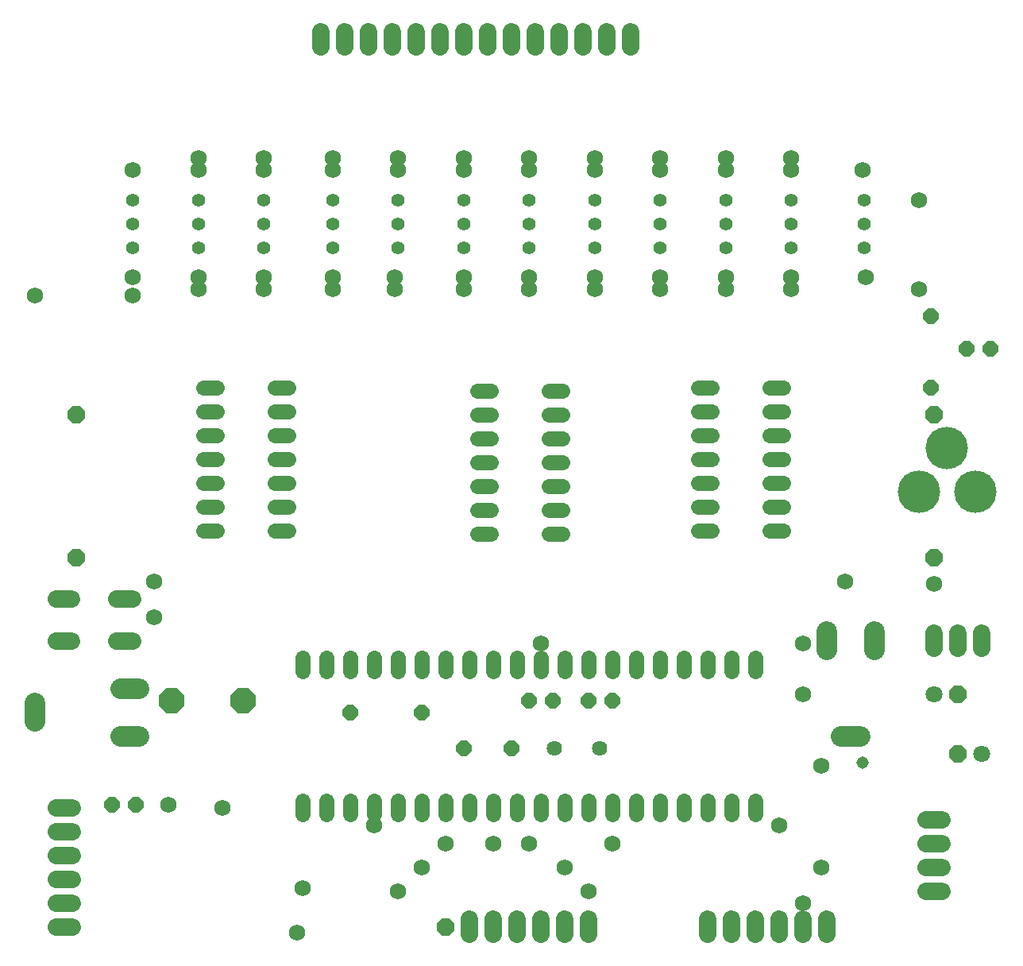
<source format=gts>
G75*
%MOIN*%
%OFA0B0*%
%FSLAX25Y25*%
%IPPOS*%
%LPD*%
%AMOC8*
5,1,8,0,0,1.08239X$1,22.5*
%
%ADD10OC8,0.06400*%
%ADD11C,0.06400*%
%ADD12C,0.07200*%
%ADD13C,0.17800*%
%ADD14C,0.06400*%
%ADD15C,0.05600*%
%ADD16OC8,0.10800*%
%ADD17OC8,0.07200*%
%ADD18OC8,0.07100*%
%ADD19C,0.07100*%
%ADD20C,0.08600*%
%ADD21C,0.06800*%
%ADD22C,0.05162*%
D10*
X0041800Y0088050D03*
X0051800Y0088050D03*
X0141800Y0126800D03*
X0171800Y0126800D03*
X0189300Y0111800D03*
X0209300Y0111800D03*
X0216800Y0131800D03*
X0226800Y0131800D03*
X0241800Y0131800D03*
X0251800Y0131800D03*
X0385550Y0263050D03*
X0400550Y0279300D03*
X0410550Y0279300D03*
X0385550Y0293050D03*
D11*
X0323350Y0263050D02*
X0317750Y0263050D01*
X0317750Y0253050D02*
X0323350Y0253050D01*
X0323350Y0243050D02*
X0317750Y0243050D01*
X0317750Y0233050D02*
X0323350Y0233050D01*
X0323350Y0223050D02*
X0317750Y0223050D01*
X0317750Y0213050D02*
X0323350Y0213050D01*
X0323350Y0203050D02*
X0317750Y0203050D01*
X0293350Y0203050D02*
X0287750Y0203050D01*
X0287750Y0213050D02*
X0293350Y0213050D01*
X0293350Y0223050D02*
X0287750Y0223050D01*
X0287750Y0233050D02*
X0293350Y0233050D01*
X0293350Y0243050D02*
X0287750Y0243050D01*
X0287750Y0253050D02*
X0293350Y0253050D01*
X0293350Y0263050D02*
X0287750Y0263050D01*
X0230850Y0261800D02*
X0225250Y0261800D01*
X0225250Y0251800D02*
X0230850Y0251800D01*
X0230850Y0241800D02*
X0225250Y0241800D01*
X0225250Y0231800D02*
X0230850Y0231800D01*
X0230850Y0221800D02*
X0225250Y0221800D01*
X0225250Y0211800D02*
X0230850Y0211800D01*
X0230850Y0201800D02*
X0225250Y0201800D01*
X0200850Y0201800D02*
X0195250Y0201800D01*
X0195250Y0211800D02*
X0200850Y0211800D01*
X0200850Y0221800D02*
X0195250Y0221800D01*
X0195250Y0231800D02*
X0200850Y0231800D01*
X0200850Y0241800D02*
X0195250Y0241800D01*
X0195250Y0251800D02*
X0200850Y0251800D01*
X0200850Y0261800D02*
X0195250Y0261800D01*
X0115850Y0263050D02*
X0110250Y0263050D01*
X0110250Y0253050D02*
X0115850Y0253050D01*
X0115850Y0243050D02*
X0110250Y0243050D01*
X0110250Y0233050D02*
X0115850Y0233050D01*
X0115850Y0223050D02*
X0110250Y0223050D01*
X0110250Y0213050D02*
X0115850Y0213050D01*
X0115850Y0203050D02*
X0110250Y0203050D01*
X0085850Y0203050D02*
X0080250Y0203050D01*
X0080250Y0213050D02*
X0085850Y0213050D01*
X0085850Y0223050D02*
X0080250Y0223050D01*
X0080250Y0233050D02*
X0085850Y0233050D01*
X0085850Y0243050D02*
X0080250Y0243050D01*
X0080250Y0253050D02*
X0085850Y0253050D01*
X0085850Y0263050D02*
X0080250Y0263050D01*
X0121800Y0149600D02*
X0121800Y0144000D01*
X0131800Y0144000D02*
X0131800Y0149600D01*
X0141800Y0149600D02*
X0141800Y0144000D01*
X0151800Y0144000D02*
X0151800Y0149600D01*
X0161800Y0149600D02*
X0161800Y0144000D01*
X0171800Y0144000D02*
X0171800Y0149600D01*
X0181800Y0149600D02*
X0181800Y0144000D01*
X0191800Y0144000D02*
X0191800Y0149600D01*
X0201800Y0149600D02*
X0201800Y0144000D01*
X0211800Y0144000D02*
X0211800Y0149600D01*
X0221800Y0149600D02*
X0221800Y0144000D01*
X0231800Y0144000D02*
X0231800Y0149600D01*
X0241800Y0149600D02*
X0241800Y0144000D01*
X0251800Y0144000D02*
X0251800Y0149600D01*
X0261800Y0149600D02*
X0261800Y0144000D01*
X0271800Y0144000D02*
X0271800Y0149600D01*
X0281800Y0149600D02*
X0281800Y0144000D01*
X0291800Y0144000D02*
X0291800Y0149600D01*
X0301800Y0149600D02*
X0301800Y0144000D01*
X0311800Y0144000D02*
X0311800Y0149600D01*
X0311800Y0089600D02*
X0311800Y0084000D01*
X0301800Y0084000D02*
X0301800Y0089600D01*
X0291800Y0089600D02*
X0291800Y0084000D01*
X0281800Y0084000D02*
X0281800Y0089600D01*
X0271800Y0089600D02*
X0271800Y0084000D01*
X0261800Y0084000D02*
X0261800Y0089600D01*
X0251800Y0089600D02*
X0251800Y0084000D01*
X0241800Y0084000D02*
X0241800Y0089600D01*
X0231800Y0089600D02*
X0231800Y0084000D01*
X0221800Y0084000D02*
X0221800Y0089600D01*
X0211800Y0089600D02*
X0211800Y0084000D01*
X0201800Y0084000D02*
X0201800Y0089600D01*
X0191800Y0089600D02*
X0191800Y0084000D01*
X0181800Y0084000D02*
X0181800Y0089600D01*
X0171800Y0089600D02*
X0171800Y0084000D01*
X0161800Y0084000D02*
X0161800Y0089600D01*
X0151800Y0089600D02*
X0151800Y0084000D01*
X0141800Y0084000D02*
X0141800Y0089600D01*
X0131800Y0089600D02*
X0131800Y0084000D01*
X0121800Y0084000D02*
X0121800Y0089600D01*
D12*
X0025000Y0036800D02*
X0018600Y0036800D01*
X0018600Y0046800D02*
X0025000Y0046800D01*
X0025000Y0056800D02*
X0018600Y0056800D01*
X0018600Y0066800D02*
X0025000Y0066800D01*
X0025000Y0076800D02*
X0018600Y0076800D01*
X0018600Y0086800D02*
X0025000Y0086800D01*
X0024700Y0156650D02*
X0018300Y0156650D01*
X0018300Y0174450D02*
X0024700Y0174450D01*
X0043900Y0174450D02*
X0050300Y0174450D01*
X0050300Y0156650D02*
X0043900Y0156650D01*
X0191800Y0040000D02*
X0191800Y0033600D01*
X0201800Y0033600D02*
X0201800Y0040000D01*
X0211800Y0040000D02*
X0211800Y0033600D01*
X0221800Y0033600D02*
X0221800Y0040000D01*
X0231800Y0040000D02*
X0231800Y0033600D01*
X0241800Y0033600D02*
X0241800Y0040000D01*
X0291800Y0040000D02*
X0291800Y0033600D01*
X0301800Y0033600D02*
X0301800Y0040000D01*
X0311800Y0040000D02*
X0311800Y0033600D01*
X0321800Y0033600D02*
X0321800Y0040000D01*
X0331800Y0040000D02*
X0331800Y0033600D01*
X0341800Y0033600D02*
X0341800Y0040000D01*
X0383600Y0051800D02*
X0390000Y0051800D01*
X0390000Y0061800D02*
X0383600Y0061800D01*
X0383600Y0071800D02*
X0390000Y0071800D01*
X0390000Y0081800D02*
X0383600Y0081800D01*
X0386800Y0153600D02*
X0386800Y0160000D01*
X0396800Y0160000D02*
X0396800Y0153600D01*
X0406800Y0153600D02*
X0406800Y0160000D01*
X0259300Y0406100D02*
X0259300Y0412500D01*
X0249300Y0412500D02*
X0249300Y0406100D01*
X0239300Y0406100D02*
X0239300Y0412500D01*
X0229300Y0412500D02*
X0229300Y0406100D01*
X0219300Y0406100D02*
X0219300Y0412500D01*
X0209300Y0412500D02*
X0209300Y0406100D01*
X0199300Y0406100D02*
X0199300Y0412500D01*
X0189300Y0412500D02*
X0189300Y0406100D01*
X0179300Y0406100D02*
X0179300Y0412500D01*
X0169300Y0412500D02*
X0169300Y0406100D01*
X0159300Y0406100D02*
X0159300Y0412500D01*
X0149300Y0412500D02*
X0149300Y0406100D01*
X0139300Y0406100D02*
X0139300Y0412500D01*
X0129300Y0412500D02*
X0129300Y0406100D01*
D13*
X0380363Y0219300D03*
X0392174Y0237804D03*
X0403985Y0219300D03*
D14*
X0246300Y0111800D03*
X0227300Y0111800D03*
D15*
X0216800Y0321800D03*
X0216800Y0331800D03*
X0216800Y0341800D03*
X0189300Y0341800D03*
X0189300Y0331800D03*
X0189300Y0321800D03*
X0161800Y0321800D03*
X0161800Y0331800D03*
X0161800Y0341800D03*
X0134300Y0341800D03*
X0134300Y0331800D03*
X0134300Y0321800D03*
X0105550Y0321800D03*
X0105550Y0331800D03*
X0105550Y0341800D03*
X0078050Y0341800D03*
X0078050Y0331800D03*
X0078050Y0321800D03*
X0050550Y0321800D03*
X0050550Y0331800D03*
X0050550Y0341800D03*
X0244300Y0341800D03*
X0244300Y0331800D03*
X0244300Y0321800D03*
X0271800Y0321800D03*
X0271800Y0331800D03*
X0271800Y0341800D03*
X0299300Y0341800D03*
X0299300Y0331800D03*
X0299300Y0321800D03*
X0326800Y0321800D03*
X0326800Y0331800D03*
X0326800Y0341800D03*
X0357550Y0341800D03*
X0357550Y0331800D03*
X0357550Y0321800D03*
D16*
X0096800Y0131800D03*
X0066800Y0131800D03*
D17*
X0026800Y0191800D03*
X0026800Y0251800D03*
X0181800Y0036800D03*
X0386800Y0191800D03*
X0386800Y0251800D03*
D18*
X0396800Y0134300D03*
X0396800Y0109300D03*
D19*
X0406800Y0109300D03*
X0386800Y0134300D03*
D20*
X0361800Y0152900D02*
X0361800Y0160700D01*
X0341800Y0160700D02*
X0341800Y0152900D01*
X0347900Y0116800D02*
X0355700Y0116800D01*
X0053200Y0116800D02*
X0045400Y0116800D01*
X0045400Y0136800D02*
X0053200Y0136800D01*
X0009300Y0130700D02*
X0009300Y0122900D01*
D21*
X0059300Y0166800D03*
X0059300Y0181800D03*
X0065550Y0088050D03*
X0088050Y0086800D03*
X0121800Y0053050D03*
X0119300Y0034300D03*
X0161800Y0051800D03*
X0171800Y0061800D03*
X0181800Y0071800D03*
X0201800Y0071800D03*
X0216800Y0071800D03*
X0231800Y0061800D03*
X0241800Y0051800D03*
X0251800Y0071800D03*
X0321800Y0079300D03*
X0339300Y0061800D03*
X0331800Y0046800D03*
X0339300Y0104300D03*
X0331800Y0134300D03*
X0331800Y0155550D03*
X0349300Y0181800D03*
X0386800Y0180550D03*
X0380550Y0304300D03*
X0358050Y0309300D03*
X0326800Y0309300D03*
X0326800Y0304300D03*
X0299300Y0304300D03*
X0299300Y0309300D03*
X0271800Y0309300D03*
X0271800Y0304300D03*
X0244300Y0304300D03*
X0244300Y0309300D03*
X0216800Y0309300D03*
X0216800Y0304300D03*
X0189300Y0304300D03*
X0189300Y0309300D03*
X0160550Y0309300D03*
X0160550Y0304300D03*
X0134300Y0304300D03*
X0134300Y0309300D03*
X0105550Y0309300D03*
X0105550Y0304300D03*
X0078050Y0304300D03*
X0078050Y0309300D03*
X0050550Y0309300D03*
X0050550Y0301800D03*
X0009300Y0301800D03*
X0050550Y0354300D03*
X0078050Y0354300D03*
X0078050Y0359300D03*
X0105550Y0359300D03*
X0105550Y0354300D03*
X0134300Y0354300D03*
X0134300Y0359300D03*
X0161800Y0359300D03*
X0161800Y0354300D03*
X0189300Y0354300D03*
X0189300Y0359300D03*
X0216800Y0359300D03*
X0216800Y0354300D03*
X0244300Y0354300D03*
X0244300Y0359300D03*
X0271800Y0359300D03*
X0271800Y0354300D03*
X0299300Y0354300D03*
X0299300Y0359300D03*
X0326800Y0359300D03*
X0326800Y0354300D03*
X0356800Y0354300D03*
X0380550Y0341800D03*
X0221800Y0155550D03*
X0151800Y0079300D03*
D22*
X0356800Y0105550D03*
M02*

</source>
